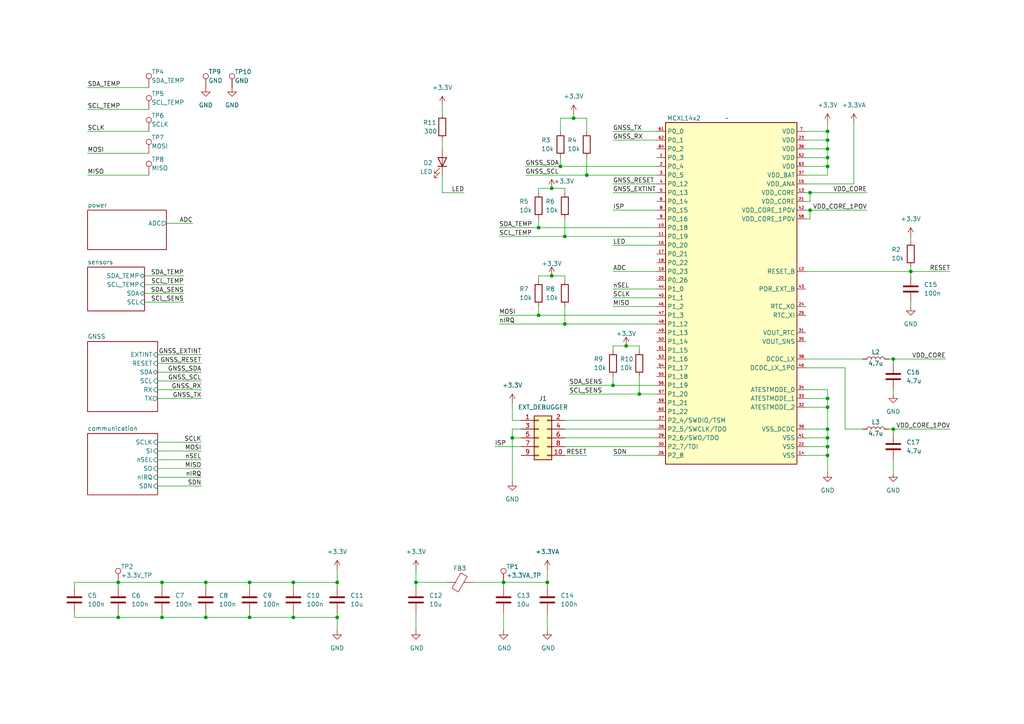
<source format=kicad_sch>
(kicad_sch (version 20231120) (generator "eeschema") (generator_version "8.0")
  (paper "A4")
  (lib_symbols
    (symbol "Connector:TestPoint" (pin_numbers hide) (pin_names (offset 0.762) hide)
      (property "Reference" "TP" (at 0 6.858 0))
      (property "Value" "TestPoint" (at 0 5.08 0))
      (symbol "TestPoint_0_1"
        (circle (center 0 3.302) (radius 0.762))
      )
      (symbol "TestPoint_1_1"
        (pin passive line (at 0 0 90) (length 2.54) (name "1") (number "1"))
      )
    )
    (symbol "Connector_Generic:Conn_02x05_Odd_Even" (pin_names (offset 1.016) hide)
      (property "Reference" "J" (at 1.27 7.62 0))
      (property "Value" "Conn_02x05_Odd_Even" (at 1.27 -7.62 0))
      (symbol "Conn_02x05_Odd_Even_1_1"
        (rectangle (start -1.27 -4.953) (end 0 -5.207) (stroke (width 0.1524)))
        (rectangle (start -1.27 -2.413) (end 0 -2.667) (stroke (width 0.1524)))
        (rectangle (start -1.27 0.127) (end 0 -0.127) (stroke (width 0.1524)))
        (rectangle (start -1.27 2.667) (end 0 2.413) (stroke (width 0.1524)))
        (rectangle (start -1.27 5.207) (end 0 4.953) (stroke (width 0.1524)))
        (rectangle (start -1.27 6.35) (end 3.81 -6.35) (stroke (width 0.254)) (fill (type background)))
        (rectangle (start 3.81 -4.953) (end 2.54 -5.207) (stroke (width 0.1524)))
        (rectangle (start 3.81 -2.413) (end 2.54 -2.667) (stroke (width 0.1524)))
        (rectangle (start 3.81 0.127) (end 2.54 -0.127) (stroke (width 0.1524)))
        (rectangle (start 3.81 2.667) (end 2.54 2.413) (stroke (width 0.1524)))
        (rectangle (start 3.81 5.207) (end 2.54 4.953) (stroke (width 0.1524)))
        (pin passive line (at -5.08 5.08 0) (length 3.81) (name "Pin_1") (number "1"))
        (pin passive line (at 7.62 -5.08 180) (length 3.81) (name "Pin_10") (number "10"))
        (pin passive line (at 7.62 5.08 180) (length 3.81) (name "Pin_2") (number "2"))
        (pin passive line (at -5.08 2.54 0) (length 3.81) (name "Pin_3") (number "3"))
        (pin passive line (at 7.62 2.54 180) (length 3.81) (name "Pin_4") (number "4"))
        (pin passive line (at -5.08 0 0) (length 3.81) (name "Pin_5") (number "5"))
        (pin passive line (at 7.62 0 180) (length 3.81) (name "Pin_6") (number "6"))
        (pin passive line (at -5.08 -2.54 0) (length 3.81) (name "Pin_7") (number "7"))
        (pin passive line (at 7.62 -2.54 180) (length 3.81) (name "Pin_8") (number "8"))
        (pin passive line (at -5.08 -5.08 0) (length 3.81) (name "Pin_9") (number "9"))
      )
    )
    (symbol "Device:C" (pin_numbers hide) (pin_names (offset 0.254))
      (property "Reference" "C" (at 0.635 2.54 0))
      (property "Value" "C" (at 0.635 -2.54 0))
      (symbol "C_0_1"
        (polyline (pts (xy -2.032 -0.762) (xy 2.032 -0.762)) (stroke (width 0.508)))
        (polyline (pts (xy -2.032 0.762) (xy 2.032 0.762)) (stroke (width 0.508)))
      )
      (symbol "C_1_1"
        (pin passive line (at 0 3.81 270) (length 2.794) (name "~") (number "1"))
        (pin passive line (at 0 -3.81 90) (length 2.794) (name "~") (number "2"))
      )
    )
    (symbol "Device:FerriteBead" (pin_numbers hide) (pin_names (offset 0))
      (property "Reference" "FB" (at -3.81 0.635 90))
      (property "Value" "FerriteBead" (at 3.81 0 90))
      (symbol "FerriteBead_0_1"
        (polyline (pts (xy 0 -1.27) (xy 0 -1.2192)))
        (polyline (pts (xy 0 1.27) (xy 0 1.2954)))
        (polyline (pts (xy -2.7686 0.4064) (xy -1.7018 2.2606) (xy 2.7686 -0.3048) (xy 1.6764 -2.159) (xy -2.7686 0.4064)))
      )
      (symbol "FerriteBead_1_1"
        (pin passive line (at 0 3.81 270) (length 2.54) (name "~") (number "1"))
        (pin passive line (at 0 -3.81 90) (length 2.54) (name "~") (number "2"))
      )
    )
    (symbol "Device:L" (pin_numbers hide) (pin_names (offset 1.016) hide)
      (property "Reference" "L" (at -1.27 0 90))
      (property "Value" "L" (at 1.905 0 90))
      (symbol "L_0_1"
        (arc (start 0 -2.54) (mid 0.6323 -1.905) (end 0 -1.27))
        (arc (start 0 -1.27) (mid 0.6323 -0.635) (end 0 0))
        (arc (start 0 0) (mid 0.6323 0.635) (end 0 1.27))
        (arc (start 0 1.27) (mid 0.6323 1.905) (end 0 2.54))
      )
      (symbol "L_1_1"
        (pin passive line (at 0 3.81 270) (length 1.27) (name "1") (number "1"))
        (pin passive line (at 0 -3.81 90) (length 1.27) (name "2") (number "2"))
      )
    )
    (symbol "Device:LED" (pin_numbers hide) (pin_names (offset 1.016) hide)
      (property "Reference" "D" (at 0 2.54 0))
      (property "Value" "LED" (at 0 -2.54 0))
      (symbol "LED_0_1"
        (polyline (pts (xy -1.27 -1.27) (xy -1.27 1.27)) (stroke (width 0.254)))
        (polyline (pts (xy -1.27 0) (xy 1.27 0)))
        (polyline (pts (xy 1.27 -1.27) (xy 1.27 1.27) (xy -1.27 0) (xy 1.27 -1.27)) (stroke (width 0.254)))
        (polyline (pts (xy -3.048 -0.762) (xy -4.572 -2.286) (xy -3.81 -2.286) (xy -4.572 -2.286) (xy -4.572 -1.524)))
        (polyline (pts (xy -1.778 -0.762) (xy -3.302 -2.286) (xy -2.54 -2.286) (xy -3.302 -2.286) (xy -3.302 -1.524)))
      )
      (symbol "LED_1_1"
        (pin passive line (at -3.81 0 0) (length 2.54) (name "K") (number "1"))
        (pin passive line (at 3.81 0 180) (length 2.54) (name "A") (number "2"))
      )
    )
    (symbol "Device:R" (pin_numbers hide) (pin_names (offset 0))
      (property "Reference" "R" (at 2.032 0 90))
      (property "Value" "R" (at 0 0 90))
      (symbol "R_0_1"
        (rectangle (start -1.016 -2.54) (end 1.016 2.54) (stroke (width 0.254)))
      )
      (symbol "R_1_1"
        (pin passive line (at 0 3.81 270) (length 1.27) (name "~") (number "1"))
        (pin passive line (at 0 -3.81 90) (length 1.27) (name "~") (number "2"))
      )
    )
    (symbol "MCU_NXP_MCX:MCX_L14x"
      (property "Reference" "MCXL14x1" (at -11.176 0 0))
      (property "Value" "~" (at 1.27 0 0))
      (symbol "MCX_L14x_0_0"
        (rectangle (start -16.51 -1.27) (end 21.59 -100.33) (stroke (width 0.254)) (fill (type background)))
      )
      (symbol "MCX_L14x_1_1"
        (pin bidirectional line (at -19.05 -11.43 0) (length 2.54) (name "P0_3") (number "1"))
        (pin bidirectional line (at -19.05 -31.75 0) (length 2.54) (name "P0_18") (number "10"))
        (pin bidirectional line (at -19.05 -34.29 0) (length 2.54) (name "P0_19") (number "11"))
        (pin bidirectional line (at 24.13 -44.45 180) (length 2.54) (name "RESET_B") (number "12"))
        (pin power_in line (at 24.13 -21.59 180) (length 2.54) (name "VDD_CORE") (number "13"))
        (pin power_in line (at 24.13 -97.79 180) (length 2.54) (name "VSS") (number "14"))
        (pin power_in line (at 24.13 -19.05 180) (length 2.54) (name "VDD_ANA") (number "15"))
        (pin bidirectional line (at -19.05 -36.83 0) (length 2.54) (name "P0_20") (number "16"))
        (pin bidirectional line (at -19.05 -39.37 0) (length 2.54) (name "P0_21") (number "17"))
        (pin bidirectional line (at -19.05 -41.91 0) (length 2.54) (name "P0_22") (number "18"))
        (pin bidirectional line (at -19.05 -44.45 0) (length 2.54) (name "P0_23") (number "19"))
        (pin bidirectional line (at -19.05 -13.97 0) (length 2.54) (name "P0_4") (number "2"))
        (pin bidirectional line (at -19.05 -46.99 0) (length 2.54) (name "P0_26") (number "20"))
        (pin power_in line (at 24.13 -24.13 180) (length 2.54) (name "VDD_CORE") (number "21"))
        (pin power_in line (at 24.13 -95.25 180) (length 2.54) (name "VSS") (number "22"))
        (pin power_in line (at 24.13 -6.35 180) (length 2.54) (name "VDD") (number "23"))
        (pin bidirectional line (at 24.13 -54.61 180) (length 2.54) (name "RTC_XO") (number "24"))
        (pin bidirectional line (at 24.13 -57.15 180) (length 2.54) (name "RTC_XI") (number "25"))
        (pin bidirectional line (at -19.05 -97.79 0) (length 2.54) (name "P2_8") (number "26"))
        (pin bidirectional line (at -19.05 -87.63 0) (length 2.54) (name "P2_4/SWDIO/TSM") (number "27"))
        (pin bidirectional line (at -19.05 -90.17 0) (length 2.54) (name "P2_5/SWCLK/TDO") (number "28"))
        (pin bidirectional line (at -19.05 -92.71 0) (length 2.54) (name "P2_6/SWO/TDO") (number "29"))
        (pin bidirectional line (at -19.05 -16.51 0) (length 2.54) (name "P0_5") (number "3"))
        (pin bidirectional line (at -19.05 -95.25 0) (length 2.54) (name "P2_7/TDI") (number "30"))
        (pin bidirectional line (at 24.13 -62.23 180) (length 2.54) (name "VOUT_RTC") (number "31"))
        (pin bidirectional line (at 24.13 -83.82 180) (length 2.54) (name "ATESTMODE_2") (number "32"))
        (pin bidirectional line (at 24.13 -81.28 180) (length 2.54) (name "ATESTMODE_1") (number "33"))
        (pin bidirectional line (at 24.13 -78.74 180) (length 2.54) (name "ATESTMODE_0") (number "34"))
        (pin bidirectional line (at 24.13 -64.77 180) (length 2.54) (name "VOUT_SNS") (number "35"))
        (pin power_in line (at 24.13 -8.89 180) (length 2.54) (name "VDD") (number "36"))
        (pin power_in line (at 24.13 -16.51 180) (length 2.54) (name "VDD_BAT") (number "37"))
        (pin bidirectional line (at 24.13 -69.85 180) (length 2.54) (name "DCDC_LX") (number "38"))
        (pin power_in line (at 24.13 -90.17 180) (length 2.54) (name "VSS_DCDC") (number "39"))
        (pin bidirectional line (at -19.05 -19.05 0) (length 2.54) (name "P0_12") (number "4"))
        (pin bidirectional line (at 24.13 -72.39 180) (length 2.54) (name "DCDC_LX_1P0") (number "40"))
        (pin power_in line (at 24.13 -92.71 180) (length 2.54) (name "VSS") (number "41"))
        (pin power_in line (at 24.13 -26.67 180) (length 2.54) (name "VDD_CORE_1P0V") (number "42"))
        (pin bidirectional line (at 24.13 -49.53 180) (length 2.54) (name "POR_EXT_B") (number "43"))
        (pin bidirectional line (at -19.05 -49.53 0) (length 2.54) (name "P1_0") (number "44"))
        (pin bidirectional line (at -19.05 -52.07 0) (length 2.54) (name "P1_1") (number "45"))
        (pin bidirectional line (at -19.05 -54.61 0) (length 2.54) (name "P1_2") (number "46"))
        (pin bidirectional line (at -19.05 -57.15 0) (length 2.54) (name "P1_3") (number "47"))
        (pin bidirectional line (at -19.05 -59.69 0) (length 2.54) (name "P1_12") (number "48"))
        (pin bidirectional line (at -19.05 -62.23 0) (length 2.54) (name "P1_13") (number "49"))
        (pin bidirectional line (at -19.05 -21.59 0) (length 2.54) (name "P0_13") (number "5"))
        (pin bidirectional line (at -19.05 -64.77 0) (length 2.54) (name "P1_14") (number "50"))
        (pin bidirectional line (at -19.05 -67.31 0) (length 2.54) (name "P1_15") (number "51"))
        (pin power_in line (at 24.13 -11.43 180) (length 2.54) (name "VDD") (number "52"))
        (pin bidirectional line (at -19.05 -69.85 0) (length 2.54) (name "P1_16") (number "53"))
        (pin bidirectional line (at -19.05 -72.39 0) (length 2.54) (name "P1_17") (number "54"))
        (pin bidirectional line (at -19.05 -74.93 0) (length 2.54) (name "P1_18") (number "55"))
        (pin bidirectional line (at -19.05 -77.47 0) (length 2.54) (name "P1_19") (number "56"))
        (pin bidirectional line (at -19.05 -80.01 0) (length 2.54) (name "P1_20") (number "57"))
        (pin power_in line (at 24.13 -29.21 180) (length 2.54) (name "VDD_CORE_1P0V") (number "58"))
        (pin bidirectional line (at -19.05 -82.55 0) (length 2.54) (name "P1_21") (number "59"))
        (pin bidirectional line (at -19.05 -24.13 0) (length 2.54) (name "P0_14") (number "6"))
        (pin bidirectional line (at -19.05 -85.09 0) (length 2.54) (name "P1_22") (number "60"))
        (pin bidirectional line (at -19.05 -3.81 0) (length 2.54) (name "P0_0") (number "61"))
        (pin bidirectional line (at -19.05 -6.35 0) (length 2.54) (name "P0_1") (number "62"))
        (pin power_in line (at 24.13 -13.97 180) (length 2.54) (name "VDD") (number "63"))
        (pin bidirectional line (at -19.05 -8.89 0) (length 2.54) (name "P0_2") (number "64"))
        (pin power_in line (at 24.13 -3.81 180) (length 2.54) (name "VDD") (number "7"))
        (pin bidirectional line (at -19.05 -26.67 0) (length 2.54) (name "P0_15") (number "8"))
        (pin bidirectional line (at -19.05 -29.21 0) (length 2.54) (name "P0_16") (number "9"))
      )
    )
    (symbol "power:+3.3V" (power) (pin_numbers hide) (pin_names (offset 0) hide)
      (property "Value" "+3.3V" (at 0 3.556 0))
      (symbol "+3.3V_0_1"
        (polyline (pts (xy -0.762 1.27) (xy 0 2.54)))
        (polyline (pts (xy 0 0) (xy 0 2.54)))
        (polyline (pts (xy 0 2.54) (xy 0.762 1.27)))
      )
      (symbol "+3.3V_1_1"
        (pin power_in line (at 0 0 90) (length 0) (name "~") (number "1"))
      )
    )
    (symbol "power:+3.3VA" (power) (pin_numbers hide) (pin_names (offset 0) hide)
      (property "Value" "+3.3VA" (at 0 3.556 0))
      (symbol "+3.3VA_0_1"
        (polyline (pts (xy -0.762 1.27) (xy 0 2.54)))
        (polyline (pts (xy 0 0) (xy 0 2.54)))
        (polyline (pts (xy 0 2.54) (xy 0.762 1.27)))
      )
      (symbol "+3.3VA_1_1"
        (pin power_in line (at 0 0 90) (length 0) (name "~") (number "1"))
      )
    )
    (symbol "power:GND" (power) (pin_numbers hide) (pin_names (offset 0) hide)
      (property "Value" "GND" (at 0 -3.81 0))
      (symbol "GND_0_1"
        (polyline (pts (xy 0 0) (xy 0 -1.27) (xy 1.27 -1.27) (xy 0 -2.54) (xy -1.27 -1.27) (xy 0 -1.27)))
      )
      (symbol "GND_1_1"
        (pin power_in line (at 0 0 270) (length 0) (name "~") (number "1"))
      )
    )
  )
  (junction (at 162.56 48.26))
  (junction (at 240.03 129.54))
  (junction (at 85.09 168.91))
  (junction (at 240.03 40.64))
  (junction (at 163.83 68.58))
  (junction (at 240.03 132.08))
  (junction (at 72.39 179.07))
  (junction (at 46.99 179.07))
  (junction (at 120.65 168.91))
  (junction (at 170.18 50.8))
  (junction (at 34.29 179.07))
  (junction (at 158.75 168.91))
  (junction (at 97.79 168.91))
  (junction (at 240.03 124.46))
  (junction (at 160.02 80.01))
  (junction (at 166.37 34.29))
  (junction (at 163.83 93.98))
  (junction (at 240.03 115.57))
  (junction (at 234.95 60.96))
  (junction (at 59.69 168.91))
  (junction (at 181.61 100.33))
  (junction (at 240.03 38.1))
  (junction (at 59.69 179.07))
  (junction (at 85.09 179.07))
  (junction (at 34.29 168.91))
  (junction (at 97.79 179.07))
  (junction (at 160.02 54.61))
  (junction (at 240.03 43.18))
  (junction (at 240.03 45.72))
  (junction (at 259.08 104.14))
  (junction (at 156.21 66.04))
  (junction (at 240.03 118.11))
  (junction (at 185.42 114.3))
  (junction (at 240.03 127))
  (junction (at 264.16 78.74))
  (junction (at 146.05 168.91))
  (junction (at 148.59 127))
  (junction (at 156.21 91.44))
  (junction (at 240.03 48.26))
  (junction (at 259.08 124.46))
  (junction (at 46.99 168.91))
  (junction (at 234.95 55.88))
  (junction (at 72.39 168.91))
  (junction (at 177.8 111.76))
  (wire (pts (xy 177.8 78.74) (xy 190.5 78.74)))
  (wire (pts (xy 137.16 168.91) (xy 146.05 168.91)))
  (wire (pts (xy 21.59 179.07) (xy 34.29 179.07)))
  (wire (pts (xy 240.03 124.46) (xy 240.03 127)))
  (wire (pts (xy 264.16 78.74) (xy 264.16 80.01)))
  (wire (pts (xy 264.16 68.58) (xy 264.16 69.85)))
  (wire (pts (xy 72.39 179.07) (xy 59.69 179.07)))
  (wire (pts (xy 158.75 170.18) (xy 158.75 168.91)))
  (wire (pts (xy 85.09 168.91) (xy 72.39 168.91)))
  (wire (pts (xy 259.08 133.35) (xy 259.08 137.16)))
  (wire (pts (xy 233.68 50.8) (xy 240.03 50.8)))
  (wire (pts (xy 160.02 80.01) (xy 163.83 80.01)))
  (wire (pts (xy 152.4 48.26) (xy 162.56 48.26)))
  (wire (pts (xy 34.29 168.91) (xy 21.59 168.91)))
  (wire (pts (xy 259.08 113.03) (xy 259.08 114.3)))
  (wire (pts (xy 245.11 124.46) (xy 250.19 124.46)))
  (wire (pts (xy 233.68 113.03) (xy 240.03 113.03)))
  (wire (pts (xy 234.95 58.42) (xy 234.95 55.88)))
  (wire (pts (xy 240.03 129.54) (xy 240.03 132.08)))
  (wire (pts (xy 163.83 121.92) (xy 190.5 121.92)))
  (wire (pts (xy 85.09 179.07) (xy 97.79 179.07)))
  (wire (pts (xy 156.21 88.9) (xy 156.21 91.44)))
  (wire (pts (xy 72.39 168.91) (xy 72.39 170.18)))
  (wire (pts (xy 166.37 33.02) (xy 166.37 34.29)))
  (wire (pts (xy 156.21 80.01) (xy 156.21 81.28)))
  (wire (pts (xy 162.56 34.29) (xy 166.37 34.29)))
  (wire (pts (xy 158.75 177.8) (xy 158.75 182.88)))
  (wire (pts (xy 46.99 168.91) (xy 46.99 170.18)))
  (wire (pts (xy 177.8 55.88) (xy 190.5 55.88)))
  (wire (pts (xy 120.65 170.18) (xy 120.65 168.91)))
  (wire (pts (xy 25.4 50.8) (xy 43.18 50.8)))
  (wire (pts (xy 170.18 34.29) (xy 166.37 34.29)))
  (wire (pts (xy 163.83 88.9) (xy 163.83 93.98)))
  (wire (pts (xy 144.78 66.04) (xy 156.21 66.04)))
  (wire (pts (xy 148.59 127) (xy 148.59 139.7)))
  (wire (pts (xy 233.68 106.68) (xy 245.11 106.68)))
  (wire (pts (xy 163.83 63.5) (xy 163.83 68.58)))
  (wire (pts (xy 158.75 165.1) (xy 158.75 168.91)))
  (wire (pts (xy 45.72 105.41) (xy 58.42 105.41)))
  (wire (pts (xy 143.51 129.54) (xy 151.13 129.54)))
  (wire (pts (xy 245.11 106.68) (xy 245.11 124.46)))
  (wire (pts (xy 185.42 114.3) (xy 190.5 114.3)))
  (wire (pts (xy 148.59 121.92) (xy 151.13 121.92)))
  (wire (pts (xy 34.29 168.91) (xy 34.29 170.18)))
  (wire (pts (xy 45.72 138.43) (xy 58.42 138.43)))
  (wire (pts (xy 233.68 58.42) (xy 234.95 58.42)))
  (wire (pts (xy 152.4 50.8) (xy 170.18 50.8)))
  (wire (pts (xy 247.65 53.34) (xy 233.68 53.34)))
  (wire (pts (xy 34.29 177.8) (xy 34.29 179.07)))
  (wire (pts (xy 240.03 35.56) (xy 240.03 38.1)))
  (wire (pts (xy 120.65 165.1) (xy 120.65 168.91)))
  (wire (pts (xy 185.42 109.22) (xy 185.42 114.3)))
  (wire (pts (xy 240.03 113.03) (xy 240.03 115.57)))
  (wire (pts (xy 41.91 80.01) (xy 53.34 80.01)))
  (wire (pts (xy 160.02 54.61) (xy 163.83 54.61)))
  (wire (pts (xy 25.4 25.4) (xy 43.18 25.4)))
  (wire (pts (xy 128.27 40.64) (xy 128.27 43.18)))
  (wire (pts (xy 128.27 30.48) (xy 128.27 33.02)))
  (wire (pts (xy 45.72 113.03) (xy 58.42 113.03)))
  (wire (pts (xy 59.69 168.91) (xy 59.69 170.18)))
  (wire (pts (xy 240.03 132.08) (xy 240.03 137.16)))
  (wire (pts (xy 233.68 45.72) (xy 240.03 45.72)))
  (wire (pts (xy 148.59 124.46) (xy 148.59 127)))
  (wire (pts (xy 45.72 133.35) (xy 58.42 133.35)))
  (wire (pts (xy 25.4 31.75) (xy 43.18 31.75)))
  (wire (pts (xy 34.29 168.91) (xy 46.99 168.91)))
  (wire (pts (xy 97.79 170.18) (xy 97.79 168.91)))
  (wire (pts (xy 45.72 140.97) (xy 58.42 140.97)))
  (wire (pts (xy 156.21 66.04) (xy 190.5 66.04)))
  (wire (pts (xy 97.79 177.8) (xy 97.79 179.07)))
  (wire (pts (xy 240.03 115.57) (xy 240.03 118.11)))
  (wire (pts (xy 128.27 50.8) (xy 128.27 55.88)))
  (wire (pts (xy 72.39 168.91) (xy 59.69 168.91)))
  (wire (pts (xy 156.21 54.61) (xy 160.02 54.61)))
  (wire (pts (xy 257.81 104.14) (xy 259.08 104.14)))
  (wire (pts (xy 233.68 132.08) (xy 240.03 132.08)))
  (wire (pts (xy 177.8 60.96) (xy 190.5 60.96)))
  (wire (pts (xy 233.68 60.96) (xy 234.95 60.96)))
  (wire (pts (xy 240.03 48.26) (xy 240.03 45.72)))
  (wire (pts (xy 151.13 124.46) (xy 148.59 124.46)))
  (wire (pts (xy 240.03 50.8) (xy 240.03 48.26)))
  (wire (pts (xy 177.8 38.1) (xy 190.5 38.1)))
  (wire (pts (xy 85.09 168.91) (xy 85.09 170.18)))
  (wire (pts (xy 233.68 104.14) (xy 250.19 104.14)))
  (wire (pts (xy 163.83 127) (xy 190.5 127)))
  (wire (pts (xy 45.72 110.49) (xy 58.42 110.49)))
  (wire (pts (xy 177.8 100.33) (xy 177.8 101.6)))
  (wire (pts (xy 45.72 107.95) (xy 58.42 107.95)))
  (wire (pts (xy 240.03 127) (xy 240.03 129.54)))
  (wire (pts (xy 177.8 88.9) (xy 190.5 88.9)))
  (wire (pts (xy 234.95 60.96) (xy 251.46 60.96)))
  (wire (pts (xy 45.72 128.27) (xy 58.42 128.27)))
  (wire (pts (xy 41.91 87.63) (xy 53.34 87.63)))
  (wire (pts (xy 177.8 132.08) (xy 190.5 132.08)))
  (wire (pts (xy 181.61 100.33) (xy 177.8 100.33)))
  (wire (pts (xy 59.69 177.8) (xy 59.69 179.07)))
  (wire (pts (xy 72.39 177.8) (xy 72.39 179.07)))
  (wire (pts (xy 240.03 118.11) (xy 240.03 124.46)))
  (wire (pts (xy 181.61 100.33) (xy 185.42 100.33)))
  (wire (pts (xy 257.81 124.46) (xy 259.08 124.46)))
  (wire (pts (xy 156.21 55.88) (xy 156.21 54.61)))
  (wire (pts (xy 259.08 124.46) (xy 259.08 125.73)))
  (wire (pts (xy 97.79 179.07) (xy 97.79 182.88)))
  (wire (pts (xy 177.8 83.82) (xy 190.5 83.82)))
  (wire (pts (xy 170.18 50.8) (xy 190.5 50.8)))
  (wire (pts (xy 163.83 55.88) (xy 163.83 54.61)))
  (wire (pts (xy 233.68 63.5) (xy 234.95 63.5)))
  (wire (pts (xy 163.83 132.08) (xy 170.18 132.08)))
  (wire (pts (xy 259.08 104.14) (xy 259.08 105.41)))
  (wire (pts (xy 247.65 35.56) (xy 247.65 53.34)))
  (wire (pts (xy 41.91 82.55) (xy 53.34 82.55)))
  (wire (pts (xy 240.03 38.1) (xy 233.68 38.1)))
  (wire (pts (xy 97.79 168.91) (xy 85.09 168.91)))
  (wire (pts (xy 21.59 177.8) (xy 21.59 179.07)))
  (wire (pts (xy 97.79 165.1) (xy 97.79 168.91)))
  (wire (pts (xy 59.69 179.07) (xy 46.99 179.07)))
  (wire (pts (xy 177.8 53.34) (xy 190.5 53.34)))
  (wire (pts (xy 72.39 179.07) (xy 85.09 179.07)))
  (wire (pts (xy 264.16 87.63) (xy 264.16 88.9)))
  (wire (pts (xy 45.72 130.81) (xy 58.42 130.81)))
  (wire (pts (xy 177.8 40.64) (xy 190.5 40.64)))
  (wire (pts (xy 240.03 45.72) (xy 240.03 43.18)))
  (wire (pts (xy 264.16 77.47) (xy 264.16 78.74)))
  (wire (pts (xy 46.99 177.8) (xy 46.99 179.07)))
  (wire (pts (xy 163.83 124.46) (xy 190.5 124.46)))
  (wire (pts (xy 120.65 168.91) (xy 129.54 168.91)))
  (wire (pts (xy 233.68 115.57) (xy 240.03 115.57)))
  (wire (pts (xy 163.83 68.58) (xy 190.5 68.58)))
  (wire (pts (xy 233.68 40.64) (xy 240.03 40.64)))
  (wire (pts (xy 177.8 71.12) (xy 190.5 71.12)))
  (wire (pts (xy 146.05 177.8) (xy 146.05 182.88)))
  (wire (pts (xy 234.95 55.88) (xy 251.46 55.88)))
  (wire (pts (xy 146.05 168.91) (xy 146.05 170.18)))
  (wire (pts (xy 163.83 93.98) (xy 190.5 93.98)))
  (wire (pts (xy 41.91 85.09) (xy 53.34 85.09)))
  (wire (pts (xy 170.18 38.1) (xy 170.18 34.29)))
  (wire (pts (xy 185.42 101.6) (xy 185.42 100.33)))
  (wire (pts (xy 85.09 179.07) (xy 85.09 177.8)))
  (wire (pts (xy 233.68 124.46) (xy 240.03 124.46)))
  (wire (pts (xy 177.8 109.22) (xy 177.8 111.76)))
  (wire (pts (xy 259.08 124.46) (xy 275.59 124.46)))
  (wire (pts (xy 233.68 43.18) (xy 240.03 43.18)))
  (wire (pts (xy 233.68 118.11) (xy 240.03 118.11)))
  (wire (pts (xy 234.95 63.5) (xy 234.95 60.96)))
  (wire (pts (xy 59.69 168.91) (xy 46.99 168.91)))
  (wire (pts (xy 264.16 78.74) (xy 275.59 78.74)))
  (wire (pts (xy 21.59 170.18) (xy 21.59 168.91)))
  (wire (pts (xy 160.02 80.01) (xy 156.21 80.01)))
  (wire (pts (xy 48.26 64.77) (xy 55.88 64.77)))
  (wire (pts (xy 177.8 86.36) (xy 190.5 86.36)))
  (wire (pts (xy 233.68 129.54) (xy 240.03 129.54)))
  (wire (pts (xy 45.72 115.57) (xy 58.42 115.57)))
  (wire (pts (xy 128.27 55.88) (xy 134.62 55.88)))
  (wire (pts (xy 156.21 91.44) (xy 190.5 91.44)))
  (wire (pts (xy 45.72 102.87) (xy 58.42 102.87)))
  (wire (pts (xy 233.68 78.74) (xy 264.16 78.74)))
  (wire (pts (xy 233.68 55.88) (xy 234.95 55.88)))
  (wire (pts (xy 177.8 111.76) (xy 190.5 111.76)))
  (wire (pts (xy 25.4 44.45) (xy 43.18 44.45)))
  (wire (pts (xy 120.65 177.8) (xy 120.65 182.88)))
  (wire (pts (xy 144.78 93.98) (xy 163.83 93.98)))
  (wire (pts (xy 240.03 43.18) (xy 240.03 40.64)))
  (wire (pts (xy 162.56 45.72) (xy 162.56 48.26)))
  (wire (pts (xy 163.83 81.28) (xy 163.83 80.01)))
  (wire (pts (xy 144.78 91.44) (xy 156.21 91.44)))
  (wire (pts (xy 151.13 127) (xy 148.59 127)))
  (wire (pts (xy 46.99 179.07) (xy 34.29 179.07)))
  (wire (pts (xy 148.59 116.84) (xy 148.59 121.92)))
  (wire (pts (xy 165.1 111.76) (xy 177.8 111.76)))
  (wire (pts (xy 162.56 48.26) (xy 190.5 48.26)))
  (wire (pts (xy 146.05 168.91) (xy 158.75 168.91)))
  (wire (pts (xy 165.1 114.3) (xy 185.42 114.3)))
  (wire (pts (xy 170.18 45.72) (xy 170.18 50.8)))
  (wire (pts (xy 45.72 135.89) (xy 58.42 135.89)))
  (wire (pts (xy 144.78 68.58) (xy 163.83 68.58)))
  (wire (pts (xy 259.08 104.14) (xy 274.32 104.14)))
  (wire (pts (xy 233.68 48.26) (xy 240.03 48.26)))
  (wire (pts (xy 163.83 129.54) (xy 190.5 129.54)))
  (wire (pts (xy 233.68 127) (xy 240.03 127)))
  (wire (pts (xy 25.4 38.1) (xy 43.18 38.1)))
  (wire (pts (xy 156.21 63.5) (xy 156.21 66.04)))
  (wire (pts (xy 162.56 38.1) (xy 162.56 34.29)))
  (wire (pts (xy 240.03 40.64) (xy 240.03 38.1)))
  (label "VDD_CORE_1POV" (at 251.46 60.96 180))
  (label "SDA_TEMP" (at 25.4 25.4 0))
  (label "nIRQ" (at 144.78 93.98 0))
  (label "MOSI" (at 58.42 130.81 180))
  (label "ADC" (at 177.8 78.74 0))
  (label "GNSS_EXTINT" (at 177.8 55.88 0))
  (label "SCLK" (at 58.42 128.27 180))
  (label "nSEL" (at 58.42 133.35 180))
  (label "SDN" (at 177.8 132.08 0))
  (label "SCLK" (at 25.4 38.1 0))
  (label "nIRQ" (at 58.42 138.43 180))
  (label "LED" (at 134.62 55.88 180))
  (label "MISO" (at 58.42 135.89 180))
  (label "MISO" (at 25.4 50.8 0))
  (label "SCL_TEMP" (at 53.34 82.55 180))
  (label "MOSI" (at 144.78 91.44 0))
  (label "VDD_CORE" (at 274.32 104.14 180))
  (label "GNSS_SDA" (at 152.4 48.26 0))
  (label "GNSS_RESET" (at 177.8 53.34 0))
  (label "GNSS_SCL" (at 152.4 50.8 0))
  (label "SDA_SENS" (at 165.1 111.76 0))
  (label "MOSI" (at 25.4 44.45 0))
  (label "nSEL" (at 177.8 83.82 0))
  (label "SCL_SENS" (at 165.1 114.3 0))
  (label "ISP" (at 143.51 129.54 0))
  (label "GNSS_TX" (at 58.42 115.57 180))
  (label "VDD_CORE_1POV" (at 275.59 124.46 180))
  (label "SCL_TEMP" (at 25.4 31.75 0))
  (label "SCL_SENS" (at 53.34 87.63 180))
  (label "VDD_CORE" (at 251.46 55.88 180))
  (label "LED" (at 177.8 71.12 0))
  (label "ADC" (at 55.88 64.77 180))
  (label "RESET" (at 275.59 78.74 180))
  (label "SDN" (at 58.42 140.97 180))
  (label "GNSS_SCL" (at 58.42 110.49 180))
  (label "MISO" (at 177.8 88.9 0))
  (label "SDA_TEMP" (at 53.34 80.01 180))
  (label "SDA_SENS" (at 53.34 85.09 180))
  (label "GNSS_TX" (at 177.8 38.1 0))
  (label "RESET" (at 170.18 132.08 180))
  (label "GNSS_SDA" (at 58.42 107.95 180))
  (label "ISP" (at 177.8 60.96 0))
  (label "GNSS_RX" (at 58.42 113.03 180))
  (label "SCL_TEMP" (at 144.78 68.58 0))
  (label "SCLK" (at 177.8 86.36 0))
  (label "GNSS_RX" (at 177.8 40.64 0))
  (label "GNSS_RESET" (at 58.42 105.41 180))
  (label "GNSS_EXTINT" (at 58.42 102.87 180))
  (label "SDA_TEMP" (at 144.78 66.04 0))
  (symbol (lib_id "Connector:TestPoint") (at 43.18 50.8 0) (unit 1)
    (property "Reference" "TP8" (at 43.942 46.228 0) (effects (justify left)))
    (property "Value" "MISO" (at 43.942 48.768 0) (effects (justify left)))
    (property "Footprint" "TestPoint:TestPoint_Pad_D2.0mm" (effects (hide yes)))
    (property "Description" "test point" (effects (hide yes)))
  )
  (symbol (lib_id "MCU_NXP_MCX:MCX_L14x") (at 209.55 34.29 0) (unit 1)
    (property "Reference" "MCXL14x2" (at 198.374 34.29 0))
    (property "Value" "~" (at 210.82 34.29 0))
    (property "Footprint" "Package_QFP:LQFP-64-1EP_10x10mm_P0.5mm_EP5x5mm" (effects (hide yes)))
  )
  (symbol (lib_id "Device:LED") (at 128.27 46.99 270) (mirror x) (unit 1)
    (property "Reference" "D2" (at 125.476 47.244 90) (effects (justify right)))
    (property "Value" "LED" (at 125.476 49.784 90) (effects (justify right)))
    (property "Footprint" "LED_SMD:LED_0603_1608Metric_Pad1.05x0.95mm_HandSolder" (effects (hide yes)))
    (property "Description" "Light emitting diode" (effects (hide yes)))
  )
  (symbol (lib_id "Device:C") (at 264.16 83.82 0) (unit 1)
    (property "Reference" "C15" (at 267.97 82.5499 0) (effects (justify left)))
    (property "Value" "100n" (at 267.97 85.0899 0) (effects (justify left)))
    (property "Footprint" "Capacitor_SMD:C_0603_1608Metric_Pad1.08x0.95mm_HandSolder" (effects (hide yes)))
    (property "Description" "Unpolarized capacitor" (effects (hide yes)))
  )
  (symbol (lib_id "Device:C") (at 59.69 173.99 0) (unit 1)
    (property "Reference" "C8" (at 63.5 172.7199 0) (effects (justify left)))
    (property "Value" "100n" (at 63.5 175.2599 0) (effects (justify left)))
    (property "Footprint" "Capacitor_SMD:C_0603_1608Metric_Pad1.08x0.95mm_HandSolder" (effects (hide yes)))
    (property "Description" "Unpolarized capacitor" (effects (hide yes)))
  )
  (symbol (lib_id "Device:R") (at 128.27 36.83 0) (mirror y) (unit 1)
    (property "Reference" "R11" (at 122.682 35.56 0) (effects (justify right)))
    (property "Value" "300" (at 122.936 38.1 0) (effects (justify right)))
    (property "Footprint" "Resistor_SMD:R_0603_1608Metric_Pad0.98x0.95mm_HandSolder" (effects (hide yes)))
    (property "Description" "Resistor" (effects (hide yes)))
  )
  (symbol (lib_id "power:+3.3V") (at 166.37 33.02 0) (unit 1)
    (property "Reference" "#PWR021" (effects (hide yes)))
    (property "Value" "+3.3V" (at 166.37 27.94 0))
    (property "Description" "Power symbol creates a global label with name \"+3.3V\"" (effects (hide yes)))
  )
  (symbol (lib_id "Device:R") (at 170.18 41.91 0) (mirror y) (unit 1)
    (property "Reference" "R4" (at 164.592 40.64 0) (effects (justify right)))
    (property "Value" "10k" (at 164.592 43.18 0) (effects (justify right)))
    (property "Footprint" "Resistor_SMD:R_0603_1608Metric_Pad0.98x0.95mm_HandSolder" (effects (hide yes)))
    (property "Description" "Resistor" (effects (hide yes)))
  )
  (symbol (lib_id "Device:R") (at 156.21 59.69 0) (mirror y) (unit 1)
    (property "Reference" "R5" (at 150.622 58.42 0) (effects (justify right)))
    (property "Value" "10k" (at 150.622 60.96 0) (effects (justify right)))
    (property "Footprint" "Resistor_SMD:R_0603_1608Metric_Pad0.98x0.95mm_HandSolder" (effects (hide yes)))
    (property "Description" "Resistor" (effects (hide yes)))
  )
  (symbol (lib_id "power:+3.3V") (at 160.02 54.61 0) (unit 1)
    (property "Reference" "#PWR058" (effects (hide yes)))
    (property "Value" "+3.3V" (at 163.576 52.578 0))
    (property "Description" "Power symbol creates a global label with name \"+3.3V\"" (effects (hide yes)))
  )
  (symbol (lib_id "power:GND") (at 264.16 88.9 0) (unit 1)
    (property "Reference" "#PWR063" (effects (hide yes)))
    (property "Value" "GND" (at 264.16 93.98 0))
    (property "Description" "Power symbol creates a global label with name \"GND\" , ground" (effects (hide yes)))
  )
  (symbol (lib_id "Device:C") (at 146.05 173.99 0) (unit 1)
    (property "Reference" "C13" (at 149.86 172.7199 0) (effects (justify left)))
    (property "Value" "10u" (at 149.86 175.2599 0) (effects (justify left)))
    (property "Footprint" "Capacitor_SMD:C_0603_1608Metric_Pad1.08x0.95mm_HandSolder" (effects (hide yes)))
    (property "Description" "Unpolarized capacitor" (effects (hide yes)))
  )
  (symbol (lib_id "power:GND") (at 158.75 182.88 0) (unit 1)
    (property "Reference" "#PWR030" (effects (hide yes)))
    (property "Value" "GND" (at 159.004 187.96 0))
    (property "Description" "Power symbol creates a global label with name \"GND\" , ground" (effects (hide yes)))
  )
  (symbol (lib_id "power:GND") (at 67.31 25.4 0) (unit 1)
    (property "Reference" "#PWR066" (effects (hide yes)))
    (property "Value" "GND" (at 67.31 30.48 0))
    (property "Description" "Power symbol creates a global label with name \"GND\" , ground" (effects (hide yes)))
  )
  (symbol (lib_id "Device:C") (at 97.79 173.99 0) (unit 1)
    (property "Reference" "C11" (at 101.6 172.7199 0) (effects (justify left)))
    (property "Value" "10u" (at 101.6 175.2599 0) (effects (justify left)))
    (property "Footprint" "Capacitor_SMD:C_0603_1608Metric_Pad1.08x0.95mm_HandSolder" (effects (hide yes)))
    (property "Description" "Unpolarized capacitor" (effects (hide yes)))
  )
  (symbol (lib_id "Device:C") (at 72.39 173.99 0) (unit 1)
    (property "Reference" "C9" (at 76.2 172.7199 0) (effects (justify left)))
    (property "Value" "100n" (at 76.2 175.2599 0) (effects (justify left)))
    (property "Footprint" "Capacitor_SMD:C_0603_1608Metric_Pad1.08x0.95mm_HandSolder" (effects (hide yes)))
    (property "Description" "Unpolarized capacitor" (effects (hide yes)))
  )
  (symbol (lib_id "Connector:TestPoint") (at 59.69 25.4 0) (unit 1)
    (property "Reference" "TP9" (at 60.452 20.828 0) (effects (justify left)))
    (property "Value" "GND" (at 60.452 23.368 0) (effects (justify left)))
    (property "Footprint" "TestPoint:TestPoint_Pad_D2.0mm" (effects (hide yes)))
    (property "Description" "test point" (effects (hide yes)))
  )
  (symbol (lib_id "power:GND") (at 240.03 137.16 0) (unit 1)
    (property "Reference" "#PWR032" (effects (hide yes)))
    (property "Value" "GND" (at 240.03 142.24 0))
    (property "Description" "Power symbol creates a global label with name \"GND\" , ground" (effects (hide yes)))
  )
  (symbol (lib_id "Device:R") (at 177.8 105.41 0) (mirror y) (unit 1)
    (property "Reference" "R9" (at 172.212 104.14 0) (effects (justify right)))
    (property "Value" "10k" (at 172.212 106.68 0) (effects (justify right)))
    (property "Footprint" "Resistor_SMD:R_0603_1608Metric_Pad0.98x0.95mm_HandSolder" (effects (hide yes)))
    (property "Description" "Resistor" (effects (hide yes)))
  )
  (symbol (lib_id "Device:C") (at 21.59 173.99 0) (unit 1)
    (property "Reference" "C5" (at 25.4 172.7199 0) (effects (justify left)))
    (property "Value" "100n" (at 25.4 175.2599 0) (effects (justify left)))
    (property "Footprint" "Capacitor_SMD:C_0603_1608Metric_Pad1.08x0.95mm_HandSolder" (effects (hide yes)))
    (property "Description" "Unpolarized capacitor" (effects (hide yes)))
  )
  (symbol (lib_id "Connector:TestPoint") (at 146.05 168.91 0) (unit 1)
    (property "Reference" "TP1" (at 146.812 164.338 0) (effects (justify left)))
    (property "Value" "+3.3VA_TP" (at 146.812 166.878 0) (effects (justify left)))
    (property "Footprint" "TestPoint:TestPoint_Pad_D2.0mm" (effects (hide yes)))
    (property "Description" "test point" (effects (hide yes)))
  )
  (symbol (lib_id "Connector_Generic:Conn_02x05_Odd_Even") (at 156.21 127 0) (unit 1)
    (property "Reference" "J1" (at 157.48 115.57 0))
    (property "Value" "EXT_DEBUGGER" (at 157.48 118.11 0))
    (property "Footprint" "Connector_PinHeader_1.27mm:PinHeader_2x05_P1.27mm_Vertical" (effects (hide yes)))
    (property "Description" "Generic connector, double row, 02x05, odd/even pin numbering scheme (row 1 odd numbers, row 2 even numbers), script generated (kicad-library-utils/schlib/autogen/connector/)" (effects (hide yes)))
  )
  (symbol (lib_id "Device:L") (at 254 104.14 90) (unit 1)
    (property "Reference" "L2" (at 254 102.108 90))
    (property "Value" "4.7u" (at 254 105.41 90))
    (property "Footprint" "Inductor_SMD:L_0603_1608Metric_Pad1.05x0.95mm_HandSolder" (effects (hide yes)))
    (property "Description" "Inductor" (effects (hide yes)))
  )
  (symbol (lib_id "Device:C") (at 85.09 173.99 0) (unit 1)
    (property "Reference" "C10" (at 88.9 172.7199 0) (effects (justify left)))
    (property "Value" "100n" (at 88.9 175.2599 0) (effects (justify left)))
    (property "Footprint" "Capacitor_SMD:C_0603_1608Metric_Pad1.08x0.95mm_HandSolder" (effects (hide yes)))
    (property "Description" "Unpolarized capacitor" (effects (hide yes)))
  )
  (symbol (lib_id "power:GND") (at 97.79 182.88 0) (unit 1)
    (property "Reference" "#PWR024" (effects (hide yes)))
    (property "Value" "GND" (at 97.79 187.96 0))
    (property "Description" "Power symbol creates a global label with name \"GND\" , ground" (effects (hide yes)))
  )
  (symbol (lib_id "Connector:TestPoint") (at 67.31 25.4 0) (unit 1)
    (property "Reference" "TP10" (at 68.072 20.828 0) (effects (justify left)))
    (property "Value" "GND" (at 68.072 23.368 0) (effects (justify left)))
    (property "Footprint" "TestPoint:TestPoint_Pad_D2.0mm" (effects (hide yes)))
    (property "Description" "test point" (effects (hide yes)))
  )
  (symbol (lib_id "Device:C") (at 158.75 173.99 0) (unit 1)
    (property "Reference" "C14" (at 162.56 172.7199 0) (effects (justify left)))
    (property "Value" "100n" (at 162.56 175.2599 0) (effects (justify left)))
    (property "Footprint" "Capacitor_SMD:C_0603_1608Metric_Pad1.08x0.95mm_HandSolder" (effects (hide yes)))
    (property "Description" "Unpolarized capacitor" (effects (hide yes)))
  )
  (symbol (lib_id "Device:C") (at 46.99 173.99 0) (unit 1)
    (property "Reference" "C7" (at 50.8 172.7199 0) (effects (justify left)))
    (property "Value" "100n" (at 50.8 175.2599 0) (effects (justify left)))
    (property "Footprint" "Capacitor_SMD:C_0603_1608Metric_Pad1.08x0.95mm_HandSolder" (effects (hide yes)))
    (property "Description" "Unpolarized capacitor" (effects (hide yes)))
  )
  (symbol (lib_id "power:+3.3V") (at 240.03 35.56 0) (unit 1)
    (property "Reference" "#PWR031" (effects (hide yes)))
    (property "Value" "+3.3V" (at 240.03 30.48 0))
    (property "Description" "Power symbol creates a global label with name \"+3.3V\"" (effects (hide yes)))
  )
  (symbol (lib_id "power:+3.3VA") (at 158.75 165.1 0) (unit 1)
    (property "Reference" "#PWR029" (effects (hide yes)))
    (property "Value" "+3.3VA" (at 158.75 160.02 0))
    (property "Description" "Power symbol creates a global label with name \"+3.3VA\"" (effects (hide yes)))
  )
  (symbol (lib_id "Device:C") (at 259.08 109.22 0) (unit 1)
    (property "Reference" "C16" (at 262.89 107.9499 0) (effects (justify left)))
    (property "Value" "4.7u" (at 262.89 110.4899 0) (effects (justify left)))
    (property "Footprint" "Capacitor_SMD:C_0603_1608Metric_Pad1.08x0.95mm_HandSolder" (effects (hide yes)))
    (property "Description" "Unpolarized capacitor" (effects (hide yes)))
  )
  (symbol (lib_id "power:+3.3V") (at 264.16 68.58 0) (unit 1)
    (property "Reference" "#PWR064" (effects (hide yes)))
    (property "Value" "+3.3V" (at 264.16 63.5 0))
    (property "Description" "Power symbol creates a global label with name \"+3.3V\"" (effects (hide yes)))
  )
  (symbol (lib_id "power:+3.3V") (at 97.79 165.1 0) (unit 1)
    (property "Reference" "#PWR023" (effects (hide yes)))
    (property "Value" "+3.3V" (at 97.79 160.02 0))
    (property "Description" "Power symbol creates a global label with name \"+3.3V\"" (effects (hide yes)))
  )
  (symbol (lib_id "Device:C") (at 120.65 173.99 0) (unit 1)
    (property "Reference" "C12" (at 124.46 172.7199 0) (effects (justify left)))
    (property "Value" "10u" (at 124.46 175.2599 0) (effects (justify left)))
    (property "Footprint" "Capacitor_SMD:C_0603_1608Metric_Pad1.08x0.95mm_HandSolder" (effects (hide yes)))
    (property "Description" "Unpolarized capacitor" (effects (hide yes)))
  )
  (symbol (lib_id "Connector:TestPoint") (at 43.18 31.75 0) (unit 1)
    (property "Reference" "TP5" (at 43.942 27.178 0) (effects (justify left)))
    (property "Value" "SCL_TEMP" (at 43.942 29.718 0) (effects (justify left)))
    (property "Footprint" "TestPoint:TestPoint_Pad_D2.0mm" (effects (hide yes)))
    (property "Description" "test point" (effects (hide yes)))
  )
  (symbol (lib_id "Device:FerriteBead") (at 133.35 168.91 90) (unit 1)
    (property "Reference" "FB3" (at 133.35 164.846 90))
    (property "Value" "FerriteBead" (effects (hide yes)))
    (property "Footprint" "Library:BLM21AG102BH1J" (effects (hide yes)))
    (property "Description" "Ferrite bead" (effects (hide yes)))
  )
  (symbol (lib_id "power:GND") (at 120.65 182.88 0) (unit 1)
    (property "Reference" "#PWR027" (effects (hide yes)))
    (property "Value" "GND" (at 120.904 187.96 0))
    (property "Description" "Power symbol creates a global label with name \"GND\" , ground" (effects (hide yes)))
  )
  (symbol (lib_id "Connector:TestPoint") (at 34.29 168.91 0) (unit 1)
    (property "Reference" "TP2" (at 35.052 164.338 0) (effects (justify left)))
    (property "Value" "+3.3V_TP" (at 35.052 166.878 0) (effects (justify left)))
    (property "Footprint" "TestPoint:TestPoint_Pad_D2.0mm" (effects (hide yes)))
    (property "Description" "test point" (effects (hide yes)))
  )
  (symbol (lib_id "Device:C") (at 34.29 173.99 0) (unit 1)
    (property "Reference" "C6" (at 38.1 172.7199 0) (effects (justify left)))
    (property "Value" "100n" (at 38.1 175.2599 0) (effects (justify left)))
    (property "Footprint" "Capacitor_SMD:C_0603_1608Metric_Pad1.08x0.95mm_HandSolder" (effects (hide yes)))
    (property "Description" "Unpolarized capacitor" (effects (hide yes)))
  )
  (symbol (lib_id "power:+3.3V") (at 148.59 116.84 0) (unit 1)
    (property "Reference" "#PWR02" (effects (hide yes)))
    (property "Value" "+3.3V" (at 148.59 111.76 0))
    (property "Description" "Power symbol creates a global label with name \"+3.3V\"" (effects (hide yes)))
  )
  (symbol (lib_id "Connector:TestPoint") (at 43.18 38.1 0) (unit 1)
    (property "Reference" "TP6" (at 43.942 33.528 0) (effects (justify left)))
    (property "Value" "SCLK" (at 43.942 36.068 0) (effects (justify left)))
    (property "Footprint" "TestPoint:TestPoint_Pad_D2.0mm" (effects (hide yes)))
    (property "Description" "test point" (effects (hide yes)))
  )
  (symbol (lib_id "Device:R") (at 264.16 73.66 0) (mirror y) (unit 1)
    (property "Reference" "R2" (at 258.572 72.39 0) (effects (justify right)))
    (property "Value" "10k" (at 258.572 74.93 0) (effects (justify right)))
    (property "Footprint" "Resistor_SMD:R_0603_1608Metric_Pad0.98x0.95mm_HandSolder" (effects (hide yes)))
    (property "Description" "Resistor" (effects (hide yes)))
  )
  (symbol (lib_id "power:GND") (at 146.05 182.88 0) (unit 1)
    (property "Reference" "#PWR028" (effects (hide yes)))
    (property "Value" "GND" (at 146.304 187.96 0))
    (property "Description" "Power symbol creates a global label with name \"GND\" , ground" (effects (hide yes)))
  )
  (symbol (lib_id "power:+3.3V") (at 181.61 100.33 0) (unit 1)
    (property "Reference" "#PWR059" (effects (hide yes)))
    (property "Value" "+3.3V" (at 181.61 96.774 0))
    (property "Description" "Power symbol creates a global label with name \"+3.3V\"" (effects (hide yes)))
  )
  (symbol (lib_id "Device:R") (at 163.83 85.09 0) (mirror y) (unit 1)
    (property "Reference" "R8" (at 158.242 83.82 0) (effects (justify right)))
    (property "Value" "10k" (at 158.242 86.36 0) (effects (justify right)))
    (property "Footprint" "Resistor_SMD:R_0603_1608Metric_Pad0.98x0.95mm_HandSolder" (effects (hide yes)))
    (property "Description" "Resistor" (effects (hide yes)))
  )
  (symbol (lib_id "Device:R") (at 162.56 41.91 0) (mirror y) (unit 1)
    (property "Reference" "R3" (at 156.972 40.64 0) (effects (justify right)))
    (property "Value" "10k" (at 156.972 43.18 0) (effects (justify right)))
    (property "Footprint" "Resistor_SMD:R_0603_1608Metric_Pad0.98x0.95mm_HandSolder" (effects (hide yes)))
    (property "Description" "Resistor" (effects (hide yes)))
  )
  (symbol (lib_id "power:GND") (at 148.59 139.7 0) (unit 1)
    (property "Reference" "#PWR01" (effects (hide yes)))
    (property "Value" "GND" (at 148.59 144.78 0))
    (property "Description" "Power symbol creates a global label with name \"GND\" , ground" (effects (hide yes)))
  )
  (symbol (lib_id "Device:R") (at 156.21 85.09 0) (mirror y) (unit 1)
    (property "Reference" "R7" (at 150.622 83.82 0) (effects (justify right)))
    (property "Value" "10k" (at 150.622 86.36 0) (effects (justify right)))
    (property "Footprint" "Resistor_SMD:R_0603_1608Metric_Pad0.98x0.95mm_HandSolder" (effects (hide yes)))
    (property "Description" "Resistor" (effects (hide yes)))
  )
  (symbol (lib_id "power:+3.3VA") (at 247.65 35.56 0) (unit 1)
    (property "Reference" "#PWR033" (effects (hide yes)))
    (property "Value" "+3.3VA" (at 247.65 30.48 0))
    (property "Description" "Power symbol creates a global label with name \"+3.3VA\"" (effects (hide yes)))
  )
  (symbol (lib_id "power:GND") (at 259.08 114.3 0) (unit 1)
    (property "Reference" "#PWR034" (effects (hide yes)))
    (property "Value" "GND" (at 259.08 119.38 0))
    (property "Description" "Power symbol creates a global label with name \"GND\" , ground" (effects (hide yes)))
  )
  (symbol (lib_id "Device:R") (at 185.42 105.41 0) (mirror y) (unit 1)
    (property "Reference" "R10" (at 179.832 104.14 0) (effects (justify right)))
    (property "Value" "10k" (at 179.832 106.68 0) (effects (justify right)))
    (property "Footprint" "Resistor_SMD:R_0603_1608Metric_Pad0.98x0.95mm_HandSolder" (effects (hide yes)))
    (property "Description" "Resistor" (effects (hide yes)))
  )
  (symbol (lib_id "power:+3.3V") (at 128.27 30.48 0) (unit 1)
    (property "Reference" "#PWR025" (effects (hide yes)))
    (property "Value" "+3.3V" (at 128.27 25.4 0))
    (property "Description" "Power symbol creates a global label with name \"+3.3V\"" (effects (hide yes)))
  )
  (symbol (lib_id "power:+3.3V") (at 120.65 165.1 0) (unit 1)
    (property "Reference" "#PWR026" (effects (hide yes)))
    (property "Value" "+3.3V" (at 120.65 160.02 0))
    (property "Description" "Power symbol creates a global label with name \"+3.3V\"" (effects (hide yes)))
  )
  (symbol (lib_id "Connector:TestPoint") (at 43.18 25.4 0) (unit 1)
    (property "Reference" "TP4" (at 43.942 20.828 0) (effects (justify left)))
    (property "Value" "SDA_TEMP" (at 43.942 23.368 0) (effects (justify left)))
    (property "Footprint" "TestPoint:TestPoint_Pad_D2.0mm" (effects (hide yes)))
    (property "Description" "test point" (effects (hide yes)))
  )
  (symbol (lib_id "Device:R") (at 163.83 59.69 0) (mirror y) (unit 1)
    (property "Reference" "R6" (at 158.242 58.42 0) (effects (justify right)))
    (property "Value" "10k" (at 158.242 60.96 0) (effects (justify right)))
    (property "Footprint" "Resistor_SMD:R_0603_1608Metric_Pad0.98x0.95mm_HandSolder" (effects (hide yes)))
    (property "Description" "Resistor" (effects (hide yes)))
  )
  (symbol (lib_id "power:GND") (at 59.69 25.4 0) (unit 1)
    (property "Reference" "#PWR065" (effects (hide yes)))
    (property "Value" "GND" (at 59.69 30.48 0))
    (property "Description" "Power symbol creates a global label with name \"GND\" , ground" (effects (hide yes)))
  )
  (symbol (lib_id "power:+3.3V") (at 160.02 80.01 0) (unit 1)
    (property "Reference" "#PWR022" (effects (hide yes)))
    (property "Value" "+3.3V" (at 160.02 76.454 0))
    (property "Description" "Power symbol creates a global label with name \"+3.3V\"" (effects (hide yes)))
  )
  (symbol (lib_id "Device:C") (at 259.08 129.54 0) (unit 1)
    (property "Reference" "C17" (at 262.89 128.2699 0) (effects (justify left)))
    (property "Value" "4.7u" (at 262.89 130.8099 0) (effects (justify left)))
    (property "Footprint" "Capacitor_SMD:C_0603_1608Metric_Pad1.08x0.95mm_HandSolder" (effects (hide yes)))
    (property "Description" "Unpolarized capacitor" (effects (hide yes)))
  )
  (symbol (lib_id "Connector:TestPoint") (at 43.18 44.45 0) (unit 1)
    (property "Reference" "TP7" (at 43.942 39.878 0) (effects (justify left)))
    (property "Value" "MOSI" (at 43.942 42.418 0) (effects (justify left)))
    (property "Footprint" "TestPoint:TestPoint_Pad_D2.0mm" (effects (hide yes)))
    (property "Description" "test point" (effects (hide yes)))
  )
  (symbol (lib_id "Device:L") (at 254 124.46 90) (unit 1)
    (property "Reference" "L3" (at 254 122.428 90))
    (property "Value" "4.7u" (at 254 125.73 90))
    (property "Footprint" "Inductor_SMD:L_0603_1608Metric_Pad1.05x0.95mm_HandSolder" (effects (hide yes)))
    (property "Description" "Inductor" (effects (hide yes)))
  )
  (symbol (lib_id "power:GND") (at 259.08 137.16 0) (unit 1)
    (property "Reference" "#PWR035" (effects (hide yes)))
    (property "Value" "GND" (at 259.08 142.24 0))
    (property "Description" "Power symbol creates a global label with name \"GND\" , ground" (effects (hide yes)))
  )
  (sheet (at 25.4 125.73) (size 20.32 17.78) (stroke (width 0.1524))
    (property "Sheetname" "communication" (at 25.4 125.0184 0) (effects (justify left bottom)))
    (property "Sheetfile" "communication.kicad_sch" (effects (hide yes)))
    (pin "nIRQ" input (at 45.72 138.43 0))
    (pin "nSEL" input (at 45.72 133.35 0))
    (pin "SCLK" input (at 45.72 128.27 0))
    (pin "SO" input (at 45.72 135.89 0))
    (pin "SI" input (at 45.72 130.81 0))
    (pin "SDN" input (at 45.72 140.97 0))
  )
  (sheet (at 25.4 77.47) (size 16.51 12.7) (stroke (width 0.1524))
    (property "Sheetname" "sensors" (at 25.4 76.7584 0) (effects (justify left bottom)))
    (property "Sheetfile" "sensors.kicad_sch" (effects (hide yes)))
    (pin "SDA_TEMP" bidirectional (at 41.91 80.01 0))
    (pin "SCL_TEMP" input (at 41.91 82.55 0))
    (pin "SDA" bidirectional (at 41.91 85.09 0))
    (pin "SCL" input (at 41.91 87.63 0))
  )
  (sheet (at 25.4 60.96) (size 22.86 11.43) (stroke (width 0.1524))
    (property "Sheetname" "power" (at 25.4 60.2484 0) (effects (justify left bottom)))
    (property "Sheetfile" "power.kicad_sch" (effects (hide yes)))
    (pin "ADC" output (at 48.26 64.77 0))
  )
  (sheet (at 25.4 99.06) (size 20.32 20.32) (stroke (width 0.1524))
    (property "Sheetname" "GNSS" (at 25.4 98.3484 0) (effects (justify left bottom)))
    (property "Sheetfile" "GNSS.kicad_sch" (effects (hide yes)))
    (pin "SDA" bidirectional (at 45.72 107.95 0))
    (pin "EXTINT" input (at 45.72 102.87 0))
    (pin "SCL" input (at 45.72 110.49 0))
    (pin "RESET" input (at 45.72 105.41 0))
    (pin "TX" output (at 45.72 115.57 0))
    (pin "RX" input (at 45.72 113.03 0))
  )
)
</source>
